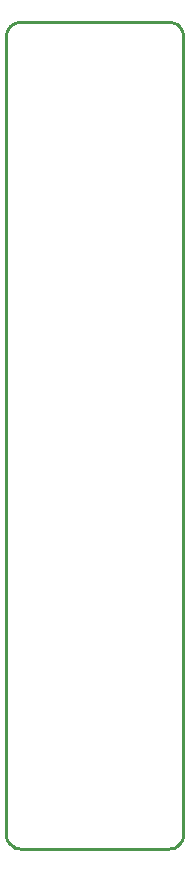
<source format=gko>
G04*
G04 #@! TF.GenerationSoftware,Altium Limited,Altium Designer,21.0.8 (223)*
G04*
G04 Layer_Color=16711935*
%FSLAX25Y25*%
%MOIN*%
G70*
G04*
G04 #@! TF.SameCoordinates,CAD52106-49C9-44A2-BFDE-3C1D9A0F27BC*
G04*
G04*
G04 #@! TF.FilePolarity,Positive*
G04*
G01*
G75*
%ADD12C,0.01000*%
D12*
X4921Y275591D02*
X3961Y275496D01*
X3038Y275216D01*
X2187Y274761D01*
X1441Y274149D01*
X829Y273403D01*
X375Y272553D01*
X95Y271629D01*
X0Y270669D01*
X59055Y270669D02*
X58961Y271629D01*
X58680Y272553D01*
X58226Y273403D01*
X57614Y274149D01*
X56868Y274761D01*
X56017Y275216D01*
X55094Y275496D01*
X54134Y275591D01*
X0Y4921D02*
X95Y3961D01*
X375Y3038D01*
X829Y2187D01*
X1441Y1441D01*
X2187Y829D01*
X3038Y375D01*
X3961Y95D01*
X4921Y0D01*
X54134D02*
X55094Y95D01*
X56017Y375D01*
X56868Y829D01*
X57614Y1441D01*
X58226Y2187D01*
X58680Y3038D01*
X58961Y3961D01*
X59055Y4921D01*
X4724Y275591D02*
X54134D01*
X0Y137795D02*
X0Y270472D01*
X59055Y270669D02*
X59055Y137795D01*
X-0D02*
X-0Y4921D01*
X59055Y5118D02*
X59055Y137795D01*
X4921Y0D02*
X54331D01*
M02*

</source>
